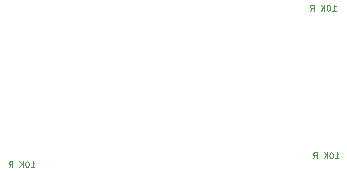
<source format=gbo>
G04 (created by PCBNEW (22-Jun-2014 BZR 4027)-stable) date Tue Mar 31 02:57:52 2015*
%MOIN*%
G04 Gerber Fmt 3.4, Leading zero omitted, Abs format*
%FSLAX34Y34*%
G01*
G70*
G90*
G04 APERTURE LIST*
%ADD10C,0.00590551*%
%ADD11C,0.00492126*%
G04 APERTURE END LIST*
G54D10*
G54D11*
X71175Y-29508D02*
X71287Y-29508D01*
X71231Y-29508D02*
X71231Y-29311D01*
X71250Y-29340D01*
X71269Y-29358D01*
X71287Y-29368D01*
X71053Y-29311D02*
X71034Y-29311D01*
X71016Y-29321D01*
X71006Y-29330D01*
X70997Y-29349D01*
X70988Y-29386D01*
X70988Y-29433D01*
X70997Y-29471D01*
X71006Y-29490D01*
X71016Y-29499D01*
X71034Y-29508D01*
X71053Y-29508D01*
X71072Y-29499D01*
X71081Y-29490D01*
X71091Y-29471D01*
X71100Y-29433D01*
X71100Y-29386D01*
X71091Y-29349D01*
X71081Y-29330D01*
X71072Y-29321D01*
X71053Y-29311D01*
X70903Y-29508D02*
X70903Y-29311D01*
X70791Y-29508D02*
X70875Y-29396D01*
X70791Y-29311D02*
X70903Y-29424D01*
X70444Y-29508D02*
X70509Y-29415D01*
X70556Y-29508D02*
X70556Y-29311D01*
X70481Y-29311D01*
X70463Y-29321D01*
X70453Y-29330D01*
X70444Y-29349D01*
X70444Y-29377D01*
X70453Y-29396D01*
X70463Y-29405D01*
X70481Y-29415D01*
X70556Y-29415D01*
X71273Y-34430D02*
X71386Y-34430D01*
X71330Y-34430D02*
X71330Y-34233D01*
X71348Y-34261D01*
X71367Y-34280D01*
X71386Y-34289D01*
X71152Y-34233D02*
X71133Y-34233D01*
X71114Y-34242D01*
X71105Y-34251D01*
X71095Y-34270D01*
X71086Y-34308D01*
X71086Y-34355D01*
X71095Y-34392D01*
X71105Y-34411D01*
X71114Y-34420D01*
X71133Y-34430D01*
X71152Y-34430D01*
X71170Y-34420D01*
X71180Y-34411D01*
X71189Y-34392D01*
X71198Y-34355D01*
X71198Y-34308D01*
X71189Y-34270D01*
X71180Y-34251D01*
X71170Y-34242D01*
X71152Y-34233D01*
X71002Y-34430D02*
X71002Y-34233D01*
X70889Y-34430D02*
X70973Y-34317D01*
X70889Y-34233D02*
X71002Y-34345D01*
X70542Y-34430D02*
X70608Y-34336D01*
X70655Y-34430D02*
X70655Y-34233D01*
X70580Y-34233D01*
X70561Y-34242D01*
X70552Y-34251D01*
X70542Y-34270D01*
X70542Y-34298D01*
X70552Y-34317D01*
X70561Y-34326D01*
X70580Y-34336D01*
X70655Y-34336D01*
X61136Y-34725D02*
X61248Y-34725D01*
X61192Y-34725D02*
X61192Y-34528D01*
X61211Y-34556D01*
X61229Y-34575D01*
X61248Y-34584D01*
X61014Y-34528D02*
X60995Y-34528D01*
X60976Y-34537D01*
X60967Y-34547D01*
X60958Y-34565D01*
X60948Y-34603D01*
X60948Y-34650D01*
X60958Y-34687D01*
X60967Y-34706D01*
X60976Y-34715D01*
X60995Y-34725D01*
X61014Y-34725D01*
X61032Y-34715D01*
X61042Y-34706D01*
X61051Y-34687D01*
X61061Y-34650D01*
X61061Y-34603D01*
X61051Y-34565D01*
X61042Y-34547D01*
X61032Y-34537D01*
X61014Y-34528D01*
X60864Y-34725D02*
X60864Y-34528D01*
X60751Y-34725D02*
X60836Y-34612D01*
X60751Y-34528D02*
X60864Y-34640D01*
X60404Y-34725D02*
X60470Y-34631D01*
X60517Y-34725D02*
X60517Y-34528D01*
X60442Y-34528D01*
X60423Y-34537D01*
X60414Y-34547D01*
X60404Y-34565D01*
X60404Y-34594D01*
X60414Y-34612D01*
X60423Y-34622D01*
X60442Y-34631D01*
X60517Y-34631D01*
M02*

</source>
